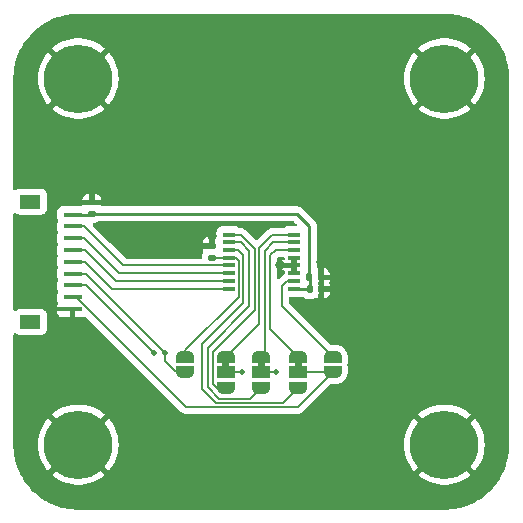
<source format=gbr>
%TF.GenerationSoftware,KiCad,Pcbnew,7.0.9*%
%TF.CreationDate,2024-01-18T20:35:56-05:00*%
%TF.ProjectId,mt6835-nema17,6d743638-3335-42d6-9e65-6d6131372e6b,rev?*%
%TF.SameCoordinates,PX85e0760PY599de50*%
%TF.FileFunction,Copper,L1,Top*%
%TF.FilePolarity,Positive*%
%FSLAX46Y46*%
G04 Gerber Fmt 4.6, Leading zero omitted, Abs format (unit mm)*
G04 Created by KiCad (PCBNEW 7.0.9) date 2024-01-18 20:35:56*
%MOMM*%
%LPD*%
G01*
G04 APERTURE LIST*
G04 Aperture macros list*
%AMRoundRect*
0 Rectangle with rounded corners*
0 $1 Rounding radius*
0 $2 $3 $4 $5 $6 $7 $8 $9 X,Y pos of 4 corners*
0 Add a 4 corners polygon primitive as box body*
4,1,4,$2,$3,$4,$5,$6,$7,$8,$9,$2,$3,0*
0 Add four circle primitives for the rounded corners*
1,1,$1+$1,$2,$3*
1,1,$1+$1,$4,$5*
1,1,$1+$1,$6,$7*
1,1,$1+$1,$8,$9*
0 Add four rect primitives between the rounded corners*
20,1,$1+$1,$2,$3,$4,$5,0*
20,1,$1+$1,$4,$5,$6,$7,0*
20,1,$1+$1,$6,$7,$8,$9,0*
20,1,$1+$1,$8,$9,$2,$3,0*%
%AMFreePoly0*
4,1,19,0.500000,-0.750000,0.000000,-0.750000,0.000000,-0.744911,-0.071157,-0.744911,-0.207708,-0.704816,-0.327430,-0.627875,-0.420627,-0.520320,-0.479746,-0.390866,-0.500000,-0.250000,-0.500000,0.250000,-0.479746,0.390866,-0.420627,0.520320,-0.327430,0.627875,-0.207708,0.704816,-0.071157,0.744911,0.000000,0.744911,0.000000,0.750000,0.500000,0.750000,0.500000,-0.750000,0.500000,-0.750000,
$1*%
%AMFreePoly1*
4,1,19,0.000000,0.744911,0.071157,0.744911,0.207708,0.704816,0.327430,0.627875,0.420627,0.520320,0.479746,0.390866,0.500000,0.250000,0.500000,-0.250000,0.479746,-0.390866,0.420627,-0.520320,0.327430,-0.627875,0.207708,-0.704816,0.071157,-0.744911,0.000000,-0.744911,0.000000,-0.750000,-0.500000,-0.750000,-0.500000,0.750000,0.000000,0.750000,0.000000,0.744911,0.000000,0.744911,
$1*%
%AMFreePoly2*
4,1,19,0.550000,-0.750000,0.000000,-0.750000,0.000000,-0.744911,-0.071157,-0.744911,-0.207708,-0.704816,-0.327430,-0.627875,-0.420627,-0.520320,-0.479746,-0.390866,-0.500000,-0.250000,-0.500000,0.250000,-0.479746,0.390866,-0.420627,0.520320,-0.327430,0.627875,-0.207708,0.704816,-0.071157,0.744911,0.000000,0.744911,0.000000,0.750000,0.550000,0.750000,0.550000,-0.750000,0.550000,-0.750000,
$1*%
%AMFreePoly3*
4,1,19,0.000000,0.744911,0.071157,0.744911,0.207708,0.704816,0.327430,0.627875,0.420627,0.520320,0.479746,0.390866,0.500000,0.250000,0.500000,-0.250000,0.479746,-0.390866,0.420627,-0.520320,0.327430,-0.627875,0.207708,-0.704816,0.071157,-0.744911,0.000000,-0.744911,0.000000,-0.750000,-0.550000,-0.750000,-0.550000,0.750000,0.000000,0.750000,0.000000,0.744911,0.000000,0.744911,
$1*%
G04 Aperture macros list end*
%TA.AperFunction,SMDPad,CuDef*%
%ADD10RoundRect,0.135000X0.185000X-0.135000X0.185000X0.135000X-0.185000X0.135000X-0.185000X-0.135000X0*%
%TD*%
%TA.AperFunction,SMDPad,CuDef*%
%ADD11FreePoly0,90.000000*%
%TD*%
%TA.AperFunction,SMDPad,CuDef*%
%ADD12FreePoly1,90.000000*%
%TD*%
%TA.AperFunction,SMDPad,CuDef*%
%ADD13FreePoly2,270.000000*%
%TD*%
%TA.AperFunction,SMDPad,CuDef*%
%ADD14R,1.500000X1.000000*%
%TD*%
%TA.AperFunction,SMDPad,CuDef*%
%ADD15FreePoly3,270.000000*%
%TD*%
%TA.AperFunction,SMDPad,CuDef*%
%ADD16RoundRect,0.140000X0.170000X-0.140000X0.170000X0.140000X-0.170000X0.140000X-0.170000X-0.140000X0*%
%TD*%
%TA.AperFunction,SMDPad,CuDef*%
%ADD17R,1.050000X0.450000*%
%TD*%
%TA.AperFunction,SMDPad,CuDef*%
%ADD18R,1.600000X0.400000*%
%TD*%
%TA.AperFunction,SMDPad,CuDef*%
%ADD19R,1.800000X1.200000*%
%TD*%
%TA.AperFunction,ComponentPad*%
%ADD20C,5.800000*%
%TD*%
%TA.AperFunction,SMDPad,CuDef*%
%ADD21RoundRect,0.140000X-0.140000X-0.170000X0.140000X-0.170000X0.140000X0.170000X-0.140000X0.170000X0*%
%TD*%
%TA.AperFunction,SMDPad,CuDef*%
%ADD22FreePoly0,270.000000*%
%TD*%
%TA.AperFunction,SMDPad,CuDef*%
%ADD23FreePoly1,270.000000*%
%TD*%
%TA.AperFunction,ViaPad*%
%ADD24C,0.800000*%
%TD*%
%TA.AperFunction,ViaPad*%
%ADD25C,0.500000*%
%TD*%
%TA.AperFunction,Conductor*%
%ADD26C,0.150000*%
%TD*%
%TA.AperFunction,Conductor*%
%ADD27C,0.250000*%
%TD*%
G04 APERTURE END LIST*
%TA.AperFunction,EtchedComponent*%
%TO.C,JP102*%
G36*
X3430000Y-8960000D02*
G01*
X2830000Y-8960000D01*
X2830000Y-8460000D01*
X3430000Y-8460000D01*
X3430000Y-8960000D01*
G37*
%TD.AperFunction*%
%TA.AperFunction,EtchedComponent*%
%TO.C,JP104*%
G36*
X-2720000Y-8980000D02*
G01*
X-3320000Y-8980000D01*
X-3320000Y-8480000D01*
X-2720000Y-8480000D01*
X-2720000Y-8980000D01*
G37*
%TD.AperFunction*%
%TA.AperFunction,EtchedComponent*%
%TO.C,JP103*%
G36*
X300000Y-8960000D02*
G01*
X-300000Y-8960000D01*
X-300000Y-8460000D01*
X300000Y-8460000D01*
X300000Y-8960000D01*
G37*
%TD.AperFunction*%
%TD*%
D10*
%TO.P,R101,2*%
%TO.N,GND*%
X-4170000Y1350000D03*
%TO.P,R101,1*%
%TO.N,Net-(JP105-B)*%
X-4170000Y330000D03*
%TD*%
D11*
%TO.P,JP105,1,A*%
%TO.N,/ENC_1*%
X-6430000Y-9340000D03*
D12*
%TO.P,JP105,2,B*%
%TO.N,Net-(JP105-B)*%
X-6430000Y-8040000D03*
%TD*%
D13*
%TO.P,JP102,1,A*%
%TO.N,/Z*%
X3130000Y-8060000D03*
D14*
%TO.P,JP102,2,C*%
%TO.N,/ENC_3*%
X3130000Y-9360000D03*
D15*
%TO.P,JP102,3,B*%
%TO.N,/W*%
X3130000Y-10660000D03*
%TD*%
D16*
%TO.P,C101,1*%
%TO.N,+3V3*%
X-14370000Y4050000D03*
%TO.P,C101,2*%
%TO.N,GND*%
X-14370000Y5010000D03*
%TD*%
D17*
%TO.P,U101,1,U*%
%TO.N,/U*%
X-2775000Y2275000D03*
%TO.P,U101,2,V*%
%TO.N,/V*%
X-2775000Y1625000D03*
%TO.P,U101,3,W*%
%TO.N,/W*%
X-2775000Y975000D03*
%TO.P,U101,4,CAL_EN*%
%TO.N,Net-(JP105-B)*%
X-2775000Y325000D03*
%TO.P,U101,5,MISO*%
%TO.N,/CIPO*%
X-2775000Y-325000D03*
%TO.P,U101,6,MOSI*%
%TO.N,/COPI*%
X-2775000Y-975000D03*
%TO.P,U101,7,SCK*%
%TO.N,/SCK*%
X-2775000Y-1625000D03*
%TO.P,U101,8,CSN*%
%TO.N,/~{CS}*%
X-2775000Y-2275000D03*
%TO.P,U101,9,VDD*%
%TO.N,+3V3*%
X2775000Y-2275000D03*
%TO.P,U101,10,PWM_OUT*%
%TO.N,/PWM*%
X2775000Y-1625000D03*
%TO.P,U101,11,TEST*%
%TO.N,GND*%
X2775000Y-975000D03*
%TO.P,U101,12,VSS*%
X2775000Y-325000D03*
%TO.P,U101,13,TEST_EN*%
X2775000Y325000D03*
%TO.P,U101,14,Z*%
%TO.N,/Z*%
X2775000Y975000D03*
%TO.P,U101,15,B*%
%TO.N,/B*%
X2775000Y1625000D03*
%TO.P,U101,16,A*%
%TO.N,/A*%
X2775000Y2275000D03*
%TD*%
D18*
%TO.P,J101,1,Pin_1*%
%TO.N,+3V3*%
X-15972500Y3990000D03*
%TO.P,J101,2,Pin_2*%
%TO.N,/CIPO*%
X-15972500Y2990000D03*
%TO.P,J101,3,Pin_3*%
%TO.N,/COPI*%
X-15972500Y1990000D03*
%TO.P,J101,4,Pin_4*%
%TO.N,/SCK*%
X-15972500Y990000D03*
%TO.P,J101,5,Pin_5*%
%TO.N,/~{CS}*%
X-15972500Y-10000D03*
%TO.P,J101,6,Pin_6*%
%TO.N,/ENC_1*%
X-15972500Y-1010000D03*
%TO.P,J101,7,Pin_7*%
%TO.N,/ENC_2*%
X-15972500Y-2010000D03*
%TO.P,J101,8,Pin_8*%
%TO.N,/ENC_3*%
X-15972500Y-3010000D03*
%TO.P,J101,9,Pin_9*%
%TO.N,GND*%
X-15972500Y-4010000D03*
D19*
%TO.P,J101,10*%
%TO.N,N/C*%
X-19552500Y-5110000D03*
%TO.P,J101,11*%
X-19552500Y5090000D03*
%TD*%
D13*
%TO.P,JP104,1,A*%
%TO.N,/A*%
X-3020000Y-8080000D03*
D14*
%TO.P,JP104,2,C*%
%TO.N,/ENC_1*%
X-3020000Y-9380000D03*
D15*
%TO.P,JP104,3,B*%
%TO.N,/U*%
X-3020000Y-10680000D03*
%TD*%
D20*
%TO.P,H101,1,1*%
%TO.N,GND*%
X-15500000Y15500000D03*
X-15500000Y-15500000D03*
X15500000Y15500000D03*
X15500000Y-15500000D03*
%TD*%
D21*
%TO.P,C103,1*%
%TO.N,+3V3*%
X4070000Y-1340000D03*
%TO.P,C103,2*%
%TO.N,GND*%
X5030000Y-1340000D03*
%TD*%
%TO.P,C102,1*%
%TO.N,+3V3*%
X4080000Y-2350000D03*
%TO.P,C102,2*%
%TO.N,GND*%
X5040000Y-2350000D03*
%TD*%
D13*
%TO.P,JP103,1,A*%
%TO.N,/B*%
X0Y-8060000D03*
D14*
%TO.P,JP103,2,C*%
%TO.N,/ENC_2*%
X0Y-9360000D03*
D15*
%TO.P,JP103,3,B*%
%TO.N,/V*%
X0Y-10660000D03*
%TD*%
D22*
%TO.P,JP101,1,A*%
%TO.N,/PWM*%
X6040000Y-8050000D03*
D23*
%TO.P,JP101,2,B*%
%TO.N,/ENC_3*%
X6040000Y-9350000D03*
%TD*%
D24*
%TO.N,GND*%
X-4180000Y2210000D03*
X5020000Y-30000D03*
X6350000Y-1830000D03*
X1540000Y-290000D03*
X-11650000Y1420000D03*
X-410000Y2570000D03*
X5040000Y-3450000D03*
D25*
%TO.N,/ENC_1*%
X-1630000Y-9350000D03*
X-8160000Y-7770000D03*
%TO.N,/ENC_2*%
X-9070000Y-7770000D03*
X1270000Y-9360000D03*
%TD*%
D26*
%TO.N,/ENC_1*%
X-8160000Y-7770000D02*
X-8160000Y-8450000D01*
X-6627488Y-9340000D02*
X-6430000Y-9340000D01*
X-8160000Y-8450000D02*
X-7350000Y-9260000D01*
X-7350000Y-9260000D02*
X-6707488Y-9260000D01*
X-6707488Y-9260000D02*
X-6627488Y-9340000D01*
%TO.N,/ENC_2*%
X-14830000Y-2010000D02*
X-15972500Y-2010000D01*
X-9070000Y-7770000D02*
X-14830000Y-2010000D01*
%TO.N,Net-(JP105-B)*%
X-2775000Y325000D02*
X-4165000Y325000D01*
X-4165000Y325000D02*
X-4170000Y330000D01*
D27*
%TO.N,GND*%
X-4170000Y1350000D02*
X-4170000Y2200000D01*
X-4170000Y2200000D02*
X-4180000Y2210000D01*
D26*
%TO.N,/ENC_1*%
X-14850000Y-1010000D02*
X-8160000Y-7700000D01*
X-8160000Y-7770000D02*
X-8160000Y-7700000D01*
%TO.N,Net-(JP105-B)*%
X-2775000Y325000D02*
X-2150000Y325000D01*
X-2150000Y325000D02*
X-1910000Y85000D01*
X-1910000Y-2995686D02*
X-6430000Y-7515686D01*
X-1910000Y85000D02*
X-1910000Y-2995686D01*
X-6430000Y-7515686D02*
X-6430000Y-8040000D01*
%TO.N,/ENC_3*%
X6040000Y-9350000D02*
X3060000Y-12330000D01*
X3060000Y-12330000D02*
X-6352500Y-12330000D01*
X-6352500Y-12330000D02*
X-15672500Y-3010000D01*
X-15672500Y-3010000D02*
X-15972500Y-3010000D01*
D27*
%TO.N,+3V3*%
X-14370000Y4050000D02*
X3010000Y4050000D01*
X4070000Y2990000D02*
X4070000Y-1340000D01*
X4080000Y-1350000D02*
X4070000Y-1340000D01*
X-15972500Y3990000D02*
X-14430000Y3990000D01*
X-14430000Y3990000D02*
X-14370000Y4050000D01*
X2775000Y-2275000D02*
X4005000Y-2275000D01*
X4005000Y-2275000D02*
X4080000Y-2350000D01*
X3010000Y4050000D02*
X4070000Y2990000D01*
X4080000Y-2350000D02*
X4080000Y-1350000D01*
%TO.N,GND*%
X2775000Y-325000D02*
X1575000Y-325000D01*
X1575000Y-325000D02*
X1540000Y-290000D01*
D26*
%TO.N,/CIPO*%
X-14990000Y2990000D02*
X-15972500Y2990000D01*
X-11675000Y-325000D02*
X-14990000Y2990000D01*
X-2775000Y-325000D02*
X-11675000Y-325000D01*
%TO.N,/COPI*%
X-12035000Y-975000D02*
X-15000000Y1990000D01*
X-15000000Y1990000D02*
X-15972500Y1990000D01*
X-2775000Y-975000D02*
X-12035000Y-975000D01*
%TO.N,/SCK*%
X-2775000Y-1625000D02*
X-12275000Y-1625000D01*
X-14890000Y990000D02*
X-15972500Y990000D01*
X-12275000Y-1625000D02*
X-14890000Y990000D01*
%TO.N,/~{CS}*%
X-14900000Y-10000D02*
X-15972500Y-10000D01*
X-12635000Y-2275000D02*
X-14900000Y-10000D01*
X-2775000Y-2275000D02*
X-12635000Y-2275000D01*
%TO.N,/ENC_1*%
X-3020000Y-9380000D02*
X-1660000Y-9380000D01*
X-1660000Y-9380000D02*
X-1630000Y-9350000D01*
X-14850000Y-1010000D02*
X-15972500Y-1010000D01*
%TO.N,/ENC_2*%
X0Y-9360000D02*
X1270000Y-9360000D01*
%TO.N,/ENC_3*%
X6030000Y-9360000D02*
X6040000Y-9350000D01*
X3130000Y-9360000D02*
X6030000Y-9360000D01*
%TO.N,/PWM*%
X2150000Y-1625000D02*
X1730000Y-2045000D01*
X1730000Y-3740000D02*
X6040000Y-8050000D01*
X1730000Y-2045000D02*
X1730000Y-3740000D01*
X2775000Y-1625000D02*
X2150000Y-1625000D01*
%TO.N,/Z*%
X750000Y520000D02*
X1205000Y975000D01*
X1205000Y975000D02*
X2775000Y975000D01*
X3130000Y-8060000D02*
X750000Y-5680000D01*
X750000Y-5680000D02*
X750000Y520000D01*
%TO.N,/W*%
X-1590000Y580000D02*
X-1590000Y-3500000D01*
X-2775000Y975000D02*
X-1985000Y975000D01*
X-1590000Y-3500000D02*
X-5040000Y-6950000D01*
X1820000Y-11970000D02*
X3130000Y-10660000D01*
X-5040000Y-6950000D02*
X-5040000Y-10810000D01*
X-1985000Y975000D02*
X-1590000Y580000D01*
X-5040000Y-10810000D02*
X-3880000Y-11970000D01*
X-3880000Y-11970000D02*
X1820000Y-11970000D01*
%TO.N,/B*%
X270000Y880000D02*
X1015000Y1625000D01*
X1015000Y1625000D02*
X2775000Y1625000D01*
X0Y-8060000D02*
X270000Y-7790000D01*
X270000Y-7790000D02*
X270000Y880000D01*
%TO.N,/V*%
X-1060000Y-3780000D02*
X-1060000Y920000D01*
X-1765000Y1625000D02*
X-2775000Y1625000D01*
X-960000Y-11620000D02*
X-3570000Y-11620000D01*
X-4560000Y-10630000D02*
X-4560000Y-7280000D01*
X-4560000Y-7280000D02*
X-1060000Y-3780000D01*
X-3570000Y-11620000D02*
X-4560000Y-10630000D01*
X-1060000Y920000D02*
X-1765000Y1625000D01*
X0Y-10660000D02*
X-960000Y-11620000D01*
%TO.N,/A*%
X-200000Y1160000D02*
X915000Y2275000D01*
X915000Y2275000D02*
X2775000Y2275000D01*
X-200000Y-5260000D02*
X-200000Y1160000D01*
X-3020000Y-8080000D02*
X-200000Y-5260000D01*
%TO.N,/U*%
X-3020000Y-10680000D02*
X-3770000Y-10680000D01*
X-1745000Y2275000D02*
X-2775000Y2275000D01*
X-570000Y1100000D02*
X-1745000Y2275000D01*
X-4120000Y-7630000D02*
X-570000Y-4080000D01*
X-3770000Y-10680000D02*
X-4120000Y-10330000D01*
X-4120000Y-10330000D02*
X-4120000Y-7630000D01*
X-570000Y-4080000D02*
X-570000Y1100000D01*
%TD*%
%TA.AperFunction,Conductor*%
%TO.N,GND*%
G36*
X1908808Y379815D02*
G01*
X1916079Y374767D01*
X1984875Y323267D01*
X2026747Y267334D01*
X2031731Y197642D01*
X1998246Y136319D01*
X1936923Y102834D01*
X1910565Y100000D01*
X1750000Y100000D01*
X1750000Y52165D01*
X1754183Y13252D01*
X1754183Y-13252D01*
X1750000Y-52164D01*
X1750000Y-100000D01*
X2550000Y-100000D01*
X2550000Y125501D01*
X2569685Y192540D01*
X2622489Y238295D01*
X2673997Y249501D01*
X2876001Y249501D01*
X2943039Y229816D01*
X2988794Y177012D01*
X3000000Y125501D01*
X3000000Y-775500D01*
X2980315Y-842539D01*
X2927511Y-888294D01*
X2876000Y-899500D01*
X2674000Y-899500D01*
X2606961Y-879815D01*
X2561206Y-827011D01*
X2550000Y-775500D01*
X2550000Y-550000D01*
X1750000Y-550000D01*
X1750000Y-597835D01*
X1754183Y-636748D01*
X1754183Y-663252D01*
X1750000Y-702164D01*
X1750000Y-750000D01*
X1910565Y-750000D01*
X1977604Y-769685D01*
X2023359Y-822489D01*
X2033303Y-891647D01*
X2004278Y-955203D01*
X1984876Y-973266D01*
X1892456Y-1042452D01*
X1892455Y-1042453D01*
X1892454Y-1042454D01*
X1811711Y-1150312D01*
X1763888Y-1186111D01*
X1732887Y-1217112D01*
X1730315Y-1225874D01*
X1724368Y-1234331D01*
X1718859Y-1241510D01*
X1713510Y-1247609D01*
X1537181Y-1423938D01*
X1475858Y-1457423D01*
X1406167Y-1452439D01*
X1350233Y-1410568D01*
X1325816Y-1345103D01*
X1325500Y-1336257D01*
X1325500Y230258D01*
X1345185Y297297D01*
X1361819Y317939D01*
X1407061Y363181D01*
X1468384Y396666D01*
X1494742Y399500D01*
X1841769Y399500D01*
X1908808Y379815D01*
G37*
%TD.AperFunction*%
%TA.AperFunction,Conductor*%
G36*
X2766587Y3404815D02*
G01*
X2787229Y3388181D01*
X2963228Y3212181D01*
X2996713Y3150858D01*
X2991729Y3081166D01*
X2949857Y3025233D01*
X2884393Y3000816D01*
X2875547Y3000500D01*
X2202129Y3000500D01*
X2202123Y3000499D01*
X2142516Y2994092D01*
X2007671Y2943798D01*
X2007668Y2943796D01*
X1916080Y2875233D01*
X1850615Y2850816D01*
X1841769Y2850500D01*
X956781Y2850500D01*
X948682Y2851031D01*
X928265Y2853719D01*
X915001Y2855465D01*
X915000Y2855465D01*
X910144Y2854826D01*
X881419Y2851045D01*
X881406Y2851043D01*
X877281Y2850500D01*
X877280Y2850500D01*
X764764Y2835687D01*
X764763Y2835687D01*
X624766Y2777699D01*
X535845Y2709467D01*
X535824Y2709451D01*
X504548Y2685450D01*
X483861Y2658493D01*
X478510Y2652392D01*
X-327320Y1846562D01*
X-388643Y1813077D01*
X-458335Y1818061D01*
X-502682Y1846562D01*
X-1308511Y2652391D01*
X-1313864Y2658494D01*
X-1332298Y2682517D01*
X-1334549Y2685451D01*
X-1334551Y2685453D01*
X-1334552Y2685454D01*
X-1363037Y2707311D01*
X-1363048Y2707320D01*
X-1454768Y2777699D01*
X-1536776Y2811668D01*
X-1594764Y2835687D01*
X-1648094Y2842709D01*
X-1710902Y2850977D01*
X-1710917Y2850979D01*
X-1737804Y2854518D01*
X-1745000Y2855465D01*
X-1745001Y2855465D01*
X-1745002Y2855465D01*
X-1764035Y2852960D01*
X-1778683Y2851031D01*
X-1786781Y2850500D01*
X-1841769Y2850500D01*
X-1908808Y2870185D01*
X-1916080Y2875233D01*
X-2007669Y2943796D01*
X-2007672Y2943798D01*
X-2142518Y2994092D01*
X-2142517Y2994092D01*
X-2202117Y3000499D01*
X-2202119Y3000500D01*
X-2202127Y3000500D01*
X-2202136Y3000500D01*
X-3347871Y3000500D01*
X-3347877Y3000499D01*
X-3407484Y2994092D01*
X-3542329Y2943798D01*
X-3542336Y2943794D01*
X-3657545Y2857548D01*
X-3657548Y2857545D01*
X-3743794Y2742336D01*
X-3743798Y2742329D01*
X-3794092Y2607483D01*
X-3800499Y2547884D01*
X-3800500Y2547865D01*
X-3800500Y2244670D01*
X-3820185Y2177631D01*
X-3872989Y2131876D01*
X-3915137Y2124427D01*
X-3920000Y2119932D01*
X-3920000Y1224500D01*
X-3939685Y1157461D01*
X-3992489Y1111706D01*
X-4044000Y1100500D01*
X-4419180Y1100499D01*
X-4423097Y1100191D01*
X-4427959Y1100000D01*
X-4982844Y1100000D01*
X-4942406Y960807D01*
X-4908581Y903612D01*
X-4891399Y835888D01*
X-4908581Y777372D01*
X-4942870Y719393D01*
X-4942871Y719389D01*
X-4987665Y565209D01*
X-4987666Y565203D01*
X-4989699Y539359D01*
X-4990500Y529181D01*
X-4990500Y392454D01*
X-4990499Y374501D01*
X-5010183Y307461D01*
X-5062987Y261706D01*
X-5114499Y250500D01*
X-11385258Y250500D01*
X-11452297Y270185D01*
X-11472939Y286819D01*
X-12786120Y1600000D01*
X-4982844Y1600000D01*
X-4420000Y1600000D01*
X-4420000Y2119932D01*
X-4420001Y2119932D01*
X-4455131Y2117166D01*
X-4455132Y2117166D01*
X-4609189Y2072408D01*
X-4609192Y2072407D01*
X-4747286Y1990739D01*
X-4747295Y1990732D01*
X-4860732Y1877295D01*
X-4860739Y1877286D01*
X-4942405Y1739195D01*
X-4982844Y1600000D01*
X-12786120Y1600000D01*
X-14243939Y3057819D01*
X-14277424Y3119142D01*
X-14272440Y3188834D01*
X-14230568Y3244767D01*
X-14165104Y3269184D01*
X-14156258Y3269500D01*
X-14135308Y3269500D01*
X-14117159Y3270929D01*
X-14099007Y3272357D01*
X-14099005Y3272358D01*
X-14099003Y3272358D01*
X-14058025Y3284264D01*
X-13943605Y3317506D01*
X-13804313Y3399883D01*
X-13804314Y3399883D01*
X-13797598Y3403854D01*
X-13796625Y3402209D01*
X-13741085Y3424014D01*
X-13730122Y3424500D01*
X2699548Y3424500D01*
X2766587Y3404815D01*
G37*
%TD.AperFunction*%
%TA.AperFunction,Conductor*%
G36*
X15717445Y20990507D02*
G01*
X15958385Y20979987D01*
X15963320Y20979573D01*
X16193261Y20950911D01*
X16421921Y20920807D01*
X16426490Y20920028D01*
X16655391Y20872032D01*
X16793210Y20841478D01*
X16878677Y20822530D01*
X16882939Y20821425D01*
X17107969Y20754431D01*
X17325459Y20685856D01*
X17329305Y20684502D01*
X17548675Y20598903D01*
X17758977Y20511792D01*
X17762437Y20510232D01*
X17974350Y20406635D01*
X18176129Y20301595D01*
X18179238Y20299861D01*
X18285211Y20236716D01*
X18382116Y20178973D01*
X18573954Y20056758D01*
X18576669Y20054926D01*
X18769063Y19917560D01*
X18949600Y19779029D01*
X18951872Y19777195D01*
X19132397Y19624299D01*
X19132415Y19624284D01*
X19301239Y19469584D01*
X19469583Y19301240D01*
X19624281Y19132418D01*
X19777186Y18951883D01*
X19779044Y18949579D01*
X19817088Y18900000D01*
X19908489Y18780883D01*
X19917559Y18769063D01*
X19961743Y18707180D01*
X20054924Y18576671D01*
X20056755Y18573957D01*
X20178973Y18382116D01*
X20299859Y18179240D01*
X20301593Y18176132D01*
X20406638Y17974343D01*
X20510220Y17762461D01*
X20511800Y17758957D01*
X20598915Y17548643D01*
X20684487Y17329341D01*
X20685859Y17325447D01*
X20754426Y17107983D01*
X20821420Y16882951D01*
X20822528Y16878679D01*
X20872038Y16655360D01*
X20920022Y16426512D01*
X20920811Y16421880D01*
X20950917Y16193205D01*
X20979569Y15963338D01*
X20979986Y15958371D01*
X20990505Y15717455D01*
X20999500Y15499999D01*
X20999500Y-15499999D01*
X20990505Y-15717454D01*
X20979986Y-15958369D01*
X20979569Y-15963336D01*
X20950917Y-16193204D01*
X20920811Y-16421878D01*
X20920022Y-16426510D01*
X20872038Y-16655359D01*
X20822528Y-16878677D01*
X20821420Y-16882949D01*
X20754426Y-17107982D01*
X20685859Y-17325445D01*
X20684487Y-17329339D01*
X20598915Y-17548642D01*
X20511800Y-17758955D01*
X20510220Y-17762459D01*
X20406638Y-17974342D01*
X20301592Y-18176130D01*
X20299859Y-18179238D01*
X20178973Y-18382115D01*
X20056755Y-18573955D01*
X20054924Y-18576668D01*
X19917565Y-18769055D01*
X19779044Y-18949577D01*
X19777168Y-18951904D01*
X19624283Y-19132414D01*
X19469583Y-19301239D01*
X19301239Y-19469583D01*
X19132414Y-19624283D01*
X18951904Y-19777168D01*
X18949577Y-19779044D01*
X18769055Y-19917565D01*
X18576668Y-20054924D01*
X18573955Y-20056755D01*
X18382115Y-20178973D01*
X18179238Y-20299859D01*
X18176130Y-20301592D01*
X17974342Y-20406638D01*
X17762459Y-20510220D01*
X17758955Y-20511800D01*
X17548642Y-20598915D01*
X17329339Y-20684487D01*
X17325445Y-20685859D01*
X17107982Y-20754426D01*
X16882949Y-20821420D01*
X16878677Y-20822528D01*
X16655359Y-20872038D01*
X16426510Y-20920022D01*
X16421878Y-20920811D01*
X16193204Y-20950917D01*
X15963336Y-20979569D01*
X15958369Y-20979986D01*
X15717454Y-20990505D01*
X15499999Y-20999500D01*
X-15499999Y-20999500D01*
X-15717455Y-20990505D01*
X-15958371Y-20979986D01*
X-15963338Y-20979569D01*
X-16193142Y-20950925D01*
X-16421896Y-20920807D01*
X-16426528Y-20920018D01*
X-16655313Y-20872048D01*
X-16878672Y-20822530D01*
X-16882945Y-20821422D01*
X-17107983Y-20754426D01*
X-17325447Y-20685859D01*
X-17329341Y-20684487D01*
X-17548643Y-20598915D01*
X-17758957Y-20511800D01*
X-17762461Y-20510220D01*
X-17974331Y-20406643D01*
X-18046352Y-20369151D01*
X-18176187Y-20301564D01*
X-18179243Y-20299859D01*
X-18301807Y-20226826D01*
X-18382099Y-20178982D01*
X-18573977Y-20056742D01*
X-18576692Y-20054910D01*
X-18681047Y-19980402D01*
X-18769056Y-19917564D01*
X-18845514Y-19858897D01*
X-18949579Y-19779044D01*
X-18951883Y-19777186D01*
X-19132418Y-19624281D01*
X-19301240Y-19469583D01*
X-19469584Y-19301239D01*
X-19624284Y-19132415D01*
X-19624285Y-19132414D01*
X-19777195Y-18951872D01*
X-19779029Y-18949600D01*
X-19917560Y-18769063D01*
X-20054927Y-18576668D01*
X-20056744Y-18573975D01*
X-20178983Y-18382098D01*
X-20196871Y-18352079D01*
X-20299878Y-18179212D01*
X-20301560Y-18176195D01*
X-20406644Y-17974330D01*
X-20434248Y-17917866D01*
X-20510238Y-17762426D01*
X-20511792Y-17758977D01*
X-20598903Y-17548675D01*
X-20684502Y-17329305D01*
X-20685856Y-17325459D01*
X-20754436Y-17107951D01*
X-20765486Y-17070834D01*
X-20821428Y-16882928D01*
X-20822532Y-16878670D01*
X-20872039Y-16655359D01*
X-20920023Y-16426510D01*
X-20920809Y-16421894D01*
X-20925400Y-16387024D01*
X-20950918Y-16193204D01*
X-20979573Y-15963320D01*
X-20979987Y-15958385D01*
X-20990509Y-15717381D01*
X-20999500Y-15500000D01*
X-20999500Y-15499999D01*
X-18904994Y-15499999D01*
X-18885034Y-15868142D01*
X-18885033Y-15868159D01*
X-18825390Y-16231960D01*
X-18825384Y-16231986D01*
X-18726757Y-16587209D01*
X-18726755Y-16587216D01*
X-18590294Y-16929710D01*
X-18590285Y-16929728D01*
X-18417594Y-17255458D01*
X-18210693Y-17560614D01*
X-18074504Y-17720948D01*
X-18074503Y-17720949D01*
X-16758649Y-16405095D01*
X-16704544Y-16483480D01*
X-16531184Y-16663966D01*
X-16405135Y-16758686D01*
X-17723480Y-18077031D01*
X-17723480Y-18077032D01*
X-17704357Y-18095147D01*
X-17704345Y-18095158D01*
X-17410842Y-18318274D01*
X-17410825Y-18318286D01*
X-17094933Y-18508350D01*
X-17094920Y-18508357D01*
X-16760329Y-18663155D01*
X-16410932Y-18780882D01*
X-16050866Y-18860138D01*
X-15684345Y-18899999D01*
X-15684337Y-18900000D01*
X-15315663Y-18900000D01*
X-15315656Y-18899999D01*
X-14949135Y-18860138D01*
X-14589069Y-18780882D01*
X-14239672Y-18663155D01*
X-13905081Y-18508357D01*
X-13905068Y-18508350D01*
X-13589176Y-18318286D01*
X-13589159Y-18318274D01*
X-13295660Y-18095161D01*
X-13276521Y-18077031D01*
X-14593121Y-16760431D01*
X-14565820Y-16743168D01*
X-14378499Y-16577216D01*
X-14239489Y-16406958D01*
X-12925499Y-17720948D01*
X-12925498Y-17720948D01*
X-12789310Y-17560615D01*
X-12789299Y-17560601D01*
X-12582407Y-17255458D01*
X-12409716Y-16929728D01*
X-12409707Y-16929710D01*
X-12273246Y-16587216D01*
X-12273244Y-16587209D01*
X-12174617Y-16231986D01*
X-12174611Y-16231960D01*
X-12114968Y-15868159D01*
X-12114967Y-15868142D01*
X-12095006Y-15499999D01*
X12095006Y-15499999D01*
X12114966Y-15868142D01*
X12114967Y-15868159D01*
X12174610Y-16231960D01*
X12174616Y-16231986D01*
X12273243Y-16587209D01*
X12273245Y-16587216D01*
X12409706Y-16929710D01*
X12409715Y-16929728D01*
X12582406Y-17255458D01*
X12789307Y-17560614D01*
X12925496Y-17720948D01*
X12925497Y-17720949D01*
X14241351Y-16405095D01*
X14295456Y-16483480D01*
X14468816Y-16663966D01*
X14594865Y-16758686D01*
X13276520Y-18077031D01*
X13276520Y-18077032D01*
X13295643Y-18095147D01*
X13295655Y-18095158D01*
X13589158Y-18318274D01*
X13589175Y-18318286D01*
X13905067Y-18508350D01*
X13905080Y-18508357D01*
X14239671Y-18663155D01*
X14589068Y-18780882D01*
X14949134Y-18860138D01*
X15315655Y-18899999D01*
X15315663Y-18900000D01*
X15684337Y-18900000D01*
X15684344Y-18899999D01*
X16050865Y-18860138D01*
X16410931Y-18780882D01*
X16760328Y-18663155D01*
X17094919Y-18508357D01*
X17094932Y-18508350D01*
X17410824Y-18318286D01*
X17410841Y-18318274D01*
X17704340Y-18095161D01*
X17723479Y-18077031D01*
X16406879Y-16760431D01*
X16434180Y-16743168D01*
X16621501Y-16577216D01*
X16760511Y-16406958D01*
X18074501Y-17720948D01*
X18074502Y-17720948D01*
X18210690Y-17560615D01*
X18210701Y-17560601D01*
X18417593Y-17255458D01*
X18590284Y-16929728D01*
X18590293Y-16929710D01*
X18726754Y-16587216D01*
X18726756Y-16587209D01*
X18825383Y-16231986D01*
X18825389Y-16231960D01*
X18885032Y-15868159D01*
X18885033Y-15868142D01*
X18904994Y-15499999D01*
X18904994Y-15499997D01*
X18885033Y-15131857D01*
X18885032Y-15131840D01*
X18825389Y-14768039D01*
X18825383Y-14768013D01*
X18726756Y-14412790D01*
X18726754Y-14412783D01*
X18590293Y-14070289D01*
X18590284Y-14070271D01*
X18417593Y-13744541D01*
X18210692Y-13439385D01*
X18074502Y-13279050D01*
X18074501Y-13279049D01*
X16758647Y-14594902D01*
X16704544Y-14516520D01*
X16531184Y-14336034D01*
X16405133Y-14241313D01*
X17723478Y-12922967D01*
X17723478Y-12922966D01*
X17704356Y-12904852D01*
X17704344Y-12904841D01*
X17410841Y-12681725D01*
X17410824Y-12681713D01*
X17094932Y-12491649D01*
X17094919Y-12491642D01*
X16760328Y-12336844D01*
X16410931Y-12219117D01*
X16050865Y-12139861D01*
X15684344Y-12100000D01*
X15315655Y-12100000D01*
X14949134Y-12139861D01*
X14589068Y-12219117D01*
X14239671Y-12336844D01*
X13905080Y-12491642D01*
X13905067Y-12491649D01*
X13589175Y-12681713D01*
X13589158Y-12681725D01*
X13295657Y-12904840D01*
X13295643Y-12904852D01*
X13276520Y-12922966D01*
X13276520Y-12922968D01*
X14593120Y-14239568D01*
X14565820Y-14256832D01*
X14378499Y-14422784D01*
X14239488Y-14593040D01*
X12925497Y-13279049D01*
X12925496Y-13279050D01*
X12789314Y-13439376D01*
X12789307Y-13439386D01*
X12582406Y-13744541D01*
X12409715Y-14070271D01*
X12409706Y-14070289D01*
X12273245Y-14412783D01*
X12273243Y-14412790D01*
X12174616Y-14768013D01*
X12174610Y-14768039D01*
X12114967Y-15131840D01*
X12114966Y-15131857D01*
X12095006Y-15499997D01*
X12095006Y-15499999D01*
X-12095006Y-15499999D01*
X-12095006Y-15499997D01*
X-12114967Y-15131857D01*
X-12114968Y-15131840D01*
X-12174611Y-14768039D01*
X-12174617Y-14768013D01*
X-12273244Y-14412790D01*
X-12273246Y-14412783D01*
X-12409707Y-14070289D01*
X-12409716Y-14070271D01*
X-12582407Y-13744541D01*
X-12789308Y-13439385D01*
X-12925498Y-13279050D01*
X-12925499Y-13279049D01*
X-14241353Y-14594902D01*
X-14295456Y-14516520D01*
X-14468816Y-14336034D01*
X-14594867Y-14241313D01*
X-13276522Y-12922967D01*
X-13276522Y-12922966D01*
X-13295644Y-12904852D01*
X-13295656Y-12904841D01*
X-13589159Y-12681725D01*
X-13589176Y-12681713D01*
X-13905068Y-12491649D01*
X-13905081Y-12491642D01*
X-14239672Y-12336844D01*
X-14589069Y-12219117D01*
X-14949135Y-12139861D01*
X-15315656Y-12100000D01*
X-15684345Y-12100000D01*
X-16050866Y-12139861D01*
X-16410932Y-12219117D01*
X-16760329Y-12336844D01*
X-17094920Y-12491642D01*
X-17094933Y-12491649D01*
X-17410825Y-12681713D01*
X-17410842Y-12681725D01*
X-17704343Y-12904840D01*
X-17704357Y-12904852D01*
X-17723480Y-12922966D01*
X-17723480Y-12922968D01*
X-16406880Y-14239568D01*
X-16434180Y-14256832D01*
X-16621501Y-14422784D01*
X-16760512Y-14593040D01*
X-18074503Y-13279049D01*
X-18074504Y-13279050D01*
X-18210686Y-13439376D01*
X-18210693Y-13439386D01*
X-18417594Y-13744541D01*
X-18590285Y-14070271D01*
X-18590294Y-14070289D01*
X-18726755Y-14412783D01*
X-18726757Y-14412790D01*
X-18825384Y-14768013D01*
X-18825390Y-14768039D01*
X-18885033Y-15131840D01*
X-18885034Y-15131857D01*
X-18904994Y-15499997D01*
X-18904994Y-15499999D01*
X-20999500Y-15499999D01*
X-20999500Y-6173442D01*
X-20979815Y-6106403D01*
X-20927011Y-6060648D01*
X-20857853Y-6050704D01*
X-20801192Y-6074174D01*
X-20694835Y-6153793D01*
X-20694832Y-6153795D01*
X-20694829Y-6153797D01*
X-20559983Y-6204091D01*
X-20559984Y-6204091D01*
X-20553056Y-6204835D01*
X-20500373Y-6210500D01*
X-18604628Y-6210499D01*
X-18545017Y-6204091D01*
X-18410169Y-6153796D01*
X-18294954Y-6067546D01*
X-18208704Y-5952331D01*
X-18158409Y-5817483D01*
X-18152000Y-5757873D01*
X-18152001Y-4462128D01*
X-18158409Y-4402517D01*
X-18183238Y-4335948D01*
X-18208703Y-4267671D01*
X-18208707Y-4267664D01*
X-18251875Y-4210000D01*
X-17272500Y-4210000D01*
X-17272500Y-4257844D01*
X-17266099Y-4317372D01*
X-17266097Y-4317379D01*
X-17215855Y-4452086D01*
X-17215851Y-4452093D01*
X-17129691Y-4567187D01*
X-17129688Y-4567190D01*
X-17014594Y-4653350D01*
X-17014587Y-4653354D01*
X-16879880Y-4703596D01*
X-16879873Y-4703598D01*
X-16820345Y-4709999D01*
X-16820328Y-4710000D01*
X-16172500Y-4710000D01*
X-16172500Y-4210000D01*
X-17272500Y-4210000D01*
X-18251875Y-4210000D01*
X-18294953Y-4152455D01*
X-18294956Y-4152452D01*
X-18410165Y-4066206D01*
X-18410172Y-4066202D01*
X-18545018Y-4015908D01*
X-18545017Y-4015908D01*
X-18604617Y-4009501D01*
X-18604619Y-4009500D01*
X-18604627Y-4009500D01*
X-18604636Y-4009500D01*
X-20500371Y-4009500D01*
X-20500377Y-4009501D01*
X-20559984Y-4015908D01*
X-20694829Y-4066202D01*
X-20694831Y-4066203D01*
X-20801189Y-4145824D01*
X-20866653Y-4170241D01*
X-20934926Y-4155390D01*
X-20984332Y-4105985D01*
X-20999500Y-4046557D01*
X-20999500Y-3257870D01*
X-17273000Y-3257870D01*
X-17272999Y-3257876D01*
X-17266592Y-3317483D01*
X-17213197Y-3460641D01*
X-17214767Y-3461226D01*
X-17202117Y-3519367D01*
X-17213813Y-3559206D01*
X-17212754Y-3559601D01*
X-17266097Y-3702620D01*
X-17266099Y-3702627D01*
X-17272500Y-3762155D01*
X-17272500Y-3810000D01*
X-15896500Y-3810000D01*
X-15829461Y-3829685D01*
X-15783706Y-3882489D01*
X-15772500Y-3934000D01*
X-15772500Y-4710000D01*
X-15124672Y-4710000D01*
X-15124656Y-4709999D01*
X-15065128Y-4703598D01*
X-15065117Y-4703595D01*
X-14941432Y-4657463D01*
X-14871741Y-4652478D01*
X-14810420Y-4685960D01*
X-6788980Y-12707400D01*
X-6783639Y-12713490D01*
X-6762951Y-12740451D01*
X-6762948Y-12740453D01*
X-6734014Y-12762656D01*
X-6734009Y-12762660D01*
X-6732768Y-12763612D01*
X-6642733Y-12832698D01*
X-6502736Y-12890687D01*
X-6390220Y-12905500D01*
X-6390219Y-12905500D01*
X-6388206Y-12905765D01*
X-6388187Y-12905766D01*
X-6352500Y-12910465D01*
X-6352499Y-12910465D01*
X-6339235Y-12908718D01*
X-6318818Y-12906030D01*
X-6310719Y-12905500D01*
X3018219Y-12905500D01*
X3026317Y-12906030D01*
X3046734Y-12908718D01*
X3059999Y-12910465D01*
X3060000Y-12910465D01*
X3095785Y-12905754D01*
X3095809Y-12905751D01*
X3097715Y-12905500D01*
X3097720Y-12905500D01*
X3210236Y-12890687D01*
X3350233Y-12832698D01*
X3448358Y-12757405D01*
X3448370Y-12757394D01*
X3470449Y-12740453D01*
X3470451Y-12740451D01*
X3491138Y-12713489D01*
X3496480Y-12707398D01*
X5811914Y-10391966D01*
X5873237Y-10358481D01*
X5899595Y-10355647D01*
X6305556Y-10355647D01*
X6305603Y-10355642D01*
X6361961Y-10355642D01*
X6361962Y-10355642D01*
X6476491Y-10339175D01*
X6495501Y-10336442D01*
X6504277Y-10335180D01*
X6504278Y-10335180D01*
X6642370Y-10294632D01*
X6664267Y-10284632D01*
X6773143Y-10234910D01*
X6773147Y-10234907D01*
X6773155Y-10234904D01*
X6894226Y-10157097D01*
X6894233Y-10157090D01*
X6894237Y-10157088D01*
X7002887Y-10062943D01*
X7011554Y-10052941D01*
X7097139Y-9954170D01*
X7174871Y-9833216D01*
X7234658Y-9702300D01*
X7275165Y-9564345D01*
X7295647Y-9421889D01*
X7295647Y-8850000D01*
X7290500Y-8778039D01*
X7279546Y-8740733D01*
X7275784Y-8688149D01*
X7277021Y-8679545D01*
X7295647Y-8550000D01*
X7295647Y-7978111D01*
X7275165Y-7835655D01*
X7234658Y-7697700D01*
X7174871Y-7566784D01*
X7103568Y-7455834D01*
X7097140Y-7445831D01*
X7097143Y-7445834D01*
X7002891Y-7337060D01*
X7002889Y-7337058D01*
X6894237Y-7242911D01*
X6894216Y-7242896D01*
X6773166Y-7165102D01*
X6773143Y-7165089D01*
X6641965Y-7105183D01*
X6640242Y-7104743D01*
X6504282Y-7064821D01*
X6504272Y-7064818D01*
X6376321Y-7046422D01*
X6361962Y-7044358D01*
X6361961Y-7044358D01*
X6305603Y-7044358D01*
X6305586Y-7044353D01*
X6254236Y-7044353D01*
X5899595Y-7044353D01*
X5832556Y-7024668D01*
X5811914Y-7008034D01*
X2341819Y-3537939D01*
X2308334Y-3476616D01*
X2305500Y-3450258D01*
X2305500Y-3124499D01*
X2325185Y-3057460D01*
X2377989Y-3011705D01*
X2429500Y-3000499D01*
X3347871Y-3000499D01*
X3347872Y-3000499D01*
X3407483Y-2994091D01*
X3407485Y-2994090D01*
X3407487Y-2994090D01*
X3415031Y-2992308D01*
X3415407Y-2993902D01*
X3475912Y-2989567D01*
X3537240Y-3023044D01*
X3537251Y-3023056D01*
X3544307Y-3030112D01*
X3544311Y-3030115D01*
X3544313Y-3030117D01*
X3683605Y-3112494D01*
X3724587Y-3124400D01*
X3839002Y-3157642D01*
X3839005Y-3157642D01*
X3839007Y-3157643D01*
X3851108Y-3158595D01*
X3875308Y-3160500D01*
X3875310Y-3160500D01*
X4284692Y-3160500D01*
X4302841Y-3159071D01*
X4320993Y-3157643D01*
X4320995Y-3157642D01*
X4320997Y-3157642D01*
X4374333Y-3142146D01*
X4476395Y-3112494D01*
X4497369Y-3100089D01*
X4565088Y-3082906D01*
X4623613Y-3100090D01*
X4643803Y-3112031D01*
X4790000Y-3154504D01*
X4790000Y-2848352D01*
X4807267Y-2785233D01*
X4812494Y-2776395D01*
X4816640Y-2762127D01*
X4857642Y-2620997D01*
X4857643Y-2620991D01*
X4859295Y-2600000D01*
X5290000Y-2600000D01*
X5290000Y-3154503D01*
X5436195Y-3112031D01*
X5575374Y-3029721D01*
X5575383Y-3029714D01*
X5689714Y-2915383D01*
X5689721Y-2915374D01*
X5772031Y-2776195D01*
X5772033Y-2776190D01*
X5817144Y-2620918D01*
X5817145Y-2620912D01*
X5818790Y-2600000D01*
X5290000Y-2600000D01*
X4859295Y-2600000D01*
X4860500Y-2584692D01*
X4860500Y-2115308D01*
X4857643Y-2079008D01*
X4857642Y-2079002D01*
X4812496Y-1923610D01*
X4812494Y-1923608D01*
X4812494Y-1923605D01*
X4798335Y-1899663D01*
X4781153Y-1831943D01*
X4798341Y-1773417D01*
X4802494Y-1766395D01*
X4847643Y-1610993D01*
X4849295Y-1590000D01*
X5290000Y-1590000D01*
X5290000Y-2100000D01*
X5818790Y-2100000D01*
X5817145Y-2079089D01*
X5772031Y-1923805D01*
X5757756Y-1899666D01*
X5740573Y-1831942D01*
X5757760Y-1773417D01*
X5762031Y-1766195D01*
X5807145Y-1610910D01*
X5808790Y-1590000D01*
X5290000Y-1590000D01*
X4849295Y-1590000D01*
X4850500Y-1574690D01*
X4850500Y-1105310D01*
X4849295Y-1090000D01*
X5280000Y-1090000D01*
X5808790Y-1090000D01*
X5807145Y-1069089D01*
X5762031Y-913804D01*
X5679721Y-774625D01*
X5679714Y-774616D01*
X5565383Y-660285D01*
X5565374Y-660278D01*
X5426193Y-577967D01*
X5426190Y-577965D01*
X5280001Y-535493D01*
X5280000Y-535494D01*
X5280000Y-1090000D01*
X4849295Y-1090000D01*
X4847643Y-1069007D01*
X4819827Y-973266D01*
X4802495Y-913608D01*
X4802492Y-913600D01*
X4797266Y-904763D01*
X4780000Y-841645D01*
X4780000Y-535494D01*
X4745047Y-509251D01*
X4703256Y-453257D01*
X4695500Y-410090D01*
X4695500Y2907263D01*
X4697224Y2922877D01*
X4696938Y2922904D01*
X4697672Y2930667D01*
X4695500Y2999798D01*
X4695500Y3029349D01*
X4695500Y3029350D01*
X4694629Y3036241D01*
X4694172Y3042055D01*
X4692709Y3088626D01*
X4692709Y3088628D01*
X4687120Y3107863D01*
X4683174Y3126916D01*
X4680664Y3146792D01*
X4663501Y3190141D01*
X4661614Y3195654D01*
X4656812Y3212181D01*
X4648617Y3240390D01*
X4648616Y3240392D01*
X4638421Y3257631D01*
X4629860Y3275107D01*
X4622486Y3293731D01*
X4622486Y3293733D01*
X4612474Y3307512D01*
X4595083Y3331450D01*
X4591900Y3336295D01*
X4568170Y3376421D01*
X4568165Y3376427D01*
X4554005Y3390587D01*
X4541370Y3405380D01*
X4529593Y3421588D01*
X4493693Y3451287D01*
X4489381Y3455210D01*
X3510803Y4433788D01*
X3500980Y4446050D01*
X3500759Y4445866D01*
X3495786Y4451877D01*
X3445364Y4499227D01*
X3434919Y4509672D01*
X3424475Y4520117D01*
X3418986Y4524375D01*
X3414561Y4528153D01*
X3380582Y4560062D01*
X3380580Y4560064D01*
X3380577Y4560065D01*
X3363029Y4569712D01*
X3346763Y4580396D01*
X3330933Y4592675D01*
X3288168Y4611182D01*
X3282922Y4613752D01*
X3242093Y4636197D01*
X3242092Y4636198D01*
X3222693Y4641178D01*
X3204281Y4647482D01*
X3185898Y4655438D01*
X3185892Y4655440D01*
X3139874Y4662728D01*
X3134152Y4663913D01*
X3089021Y4675500D01*
X3089019Y4675500D01*
X3068984Y4675500D01*
X3049586Y4677027D01*
X3042162Y4678203D01*
X3029805Y4680160D01*
X3029804Y4680160D01*
X2983416Y4675775D01*
X2977578Y4675500D01*
X-13440091Y4675500D01*
X-13507130Y4695185D01*
X-13539252Y4725047D01*
X-13565496Y4760000D01*
X-13871648Y4760000D01*
X-13934767Y4777268D01*
X-13943605Y4782494D01*
X-13943607Y4782495D01*
X-13943611Y4782497D01*
X-14099003Y4827643D01*
X-14099009Y4827644D01*
X-14135308Y4830500D01*
X-14135310Y4830500D01*
X-14604690Y4830500D01*
X-14604692Y4830500D01*
X-14640992Y4827644D01*
X-14640998Y4827643D01*
X-14796390Y4782497D01*
X-14796395Y4782494D01*
X-14805234Y4777268D01*
X-14868352Y4760000D01*
X-15174506Y4760000D01*
X-15189487Y4740047D01*
X-15245480Y4698256D01*
X-15288647Y4690500D01*
X-16820371Y4690500D01*
X-16820377Y4690499D01*
X-16879984Y4684092D01*
X-17014829Y4633798D01*
X-17014836Y4633794D01*
X-17130045Y4547548D01*
X-17130048Y4547545D01*
X-17216294Y4432336D01*
X-17216298Y4432329D01*
X-17266590Y4297487D01*
X-17266591Y4297483D01*
X-17273000Y4237873D01*
X-17273000Y4237866D01*
X-17273000Y4237865D01*
X-17273000Y3742130D01*
X-17272999Y3742124D01*
X-17266592Y3682517D01*
X-17213197Y3539359D01*
X-17214925Y3538715D01*
X-17202405Y3481147D01*
X-17214190Y3441012D01*
X-17213197Y3440641D01*
X-17259123Y3317505D01*
X-17266591Y3297483D01*
X-17273000Y3237873D01*
X-17273000Y3237866D01*
X-17273000Y3237865D01*
X-17273000Y2742130D01*
X-17272999Y2742124D01*
X-17266592Y2682517D01*
X-17213197Y2539359D01*
X-17214925Y2538715D01*
X-17202405Y2481147D01*
X-17214190Y2441012D01*
X-17213197Y2440641D01*
X-17216296Y2432331D01*
X-17266591Y2297483D01*
X-17273000Y2237873D01*
X-17273000Y2237866D01*
X-17273000Y2237865D01*
X-17273000Y1742130D01*
X-17272999Y1742124D01*
X-17266592Y1682517D01*
X-17213197Y1539359D01*
X-17214925Y1538715D01*
X-17202405Y1481147D01*
X-17214190Y1441012D01*
X-17213197Y1440641D01*
X-17216296Y1432331D01*
X-17266591Y1297483D01*
X-17273000Y1237873D01*
X-17273000Y1237866D01*
X-17273000Y1237865D01*
X-17273000Y742130D01*
X-17272999Y742124D01*
X-17266592Y682517D01*
X-17213197Y539359D01*
X-17214925Y538715D01*
X-17202405Y481147D01*
X-17214190Y441012D01*
X-17213197Y440641D01*
X-17263338Y306204D01*
X-17266591Y297483D01*
X-17273000Y237873D01*
X-17273000Y237866D01*
X-17273000Y237865D01*
X-17273000Y-257870D01*
X-17272999Y-257876D01*
X-17266592Y-317483D01*
X-17213197Y-460641D01*
X-17214925Y-461285D01*
X-17202405Y-518853D01*
X-17214190Y-558988D01*
X-17213197Y-559359D01*
X-17266459Y-702164D01*
X-17266591Y-702517D01*
X-17273000Y-762127D01*
X-17273000Y-762134D01*
X-17273000Y-762135D01*
X-17273000Y-1257870D01*
X-17272999Y-1257876D01*
X-17266592Y-1317483D01*
X-17213197Y-1460641D01*
X-17214925Y-1461285D01*
X-17202405Y-1518853D01*
X-17214190Y-1558988D01*
X-17213197Y-1559359D01*
X-17239537Y-1629982D01*
X-17266591Y-1702517D01*
X-17273000Y-1762127D01*
X-17273000Y-1762134D01*
X-17273000Y-1762135D01*
X-17273000Y-2257870D01*
X-17272999Y-2257876D01*
X-17266592Y-2317483D01*
X-17213197Y-2460641D01*
X-17214925Y-2461285D01*
X-17202405Y-2518853D01*
X-17214190Y-2558988D01*
X-17213197Y-2559359D01*
X-17236154Y-2620912D01*
X-17266591Y-2702517D01*
X-17273000Y-2762127D01*
X-17273000Y-2762134D01*
X-17273000Y-2762135D01*
X-17273000Y-3257870D01*
X-20999500Y-3257870D01*
X-20999500Y4026558D01*
X-20979815Y4093597D01*
X-20927011Y4139352D01*
X-20857853Y4149296D01*
X-20801192Y4125826D01*
X-20694835Y4046207D01*
X-20694832Y4046205D01*
X-20694829Y4046203D01*
X-20559983Y3995909D01*
X-20559984Y3995909D01*
X-20553056Y3995165D01*
X-20500373Y3989500D01*
X-18604628Y3989501D01*
X-18545017Y3995909D01*
X-18410169Y4046204D01*
X-18294954Y4132454D01*
X-18208704Y4247669D01*
X-18158409Y4382517D01*
X-18152000Y4442127D01*
X-18152001Y5260000D01*
X-15174504Y5260000D01*
X-14620000Y5260000D01*
X-14620000Y5788790D01*
X-14620001Y5788791D01*
X-14120000Y5788791D01*
X-14120000Y5260000D01*
X-13565496Y5260000D01*
X-13607969Y5406196D01*
X-13690279Y5545375D01*
X-13690286Y5545384D01*
X-13804617Y5659715D01*
X-13804626Y5659722D01*
X-13943805Y5742032D01*
X-13943810Y5742034D01*
X-14099082Y5787145D01*
X-14099088Y5787146D01*
X-14120000Y5788791D01*
X-14620001Y5788791D01*
X-14640913Y5787146D01*
X-14640919Y5787145D01*
X-14796191Y5742034D01*
X-14796196Y5742032D01*
X-14935375Y5659722D01*
X-14935384Y5659715D01*
X-15049715Y5545384D01*
X-15049722Y5545375D01*
X-15132032Y5406196D01*
X-15174504Y5260000D01*
X-18152001Y5260000D01*
X-18152001Y5737872D01*
X-18158409Y5797483D01*
X-18208704Y5932331D01*
X-18208705Y5932332D01*
X-18208707Y5932336D01*
X-18294953Y6047545D01*
X-18294956Y6047548D01*
X-18410165Y6133794D01*
X-18410172Y6133798D01*
X-18545018Y6184092D01*
X-18545017Y6184092D01*
X-18604617Y6190499D01*
X-18604619Y6190500D01*
X-18604627Y6190500D01*
X-18604636Y6190500D01*
X-20500371Y6190500D01*
X-20500377Y6190499D01*
X-20559984Y6184092D01*
X-20694829Y6133798D01*
X-20694831Y6133797D01*
X-20801189Y6054176D01*
X-20866653Y6029759D01*
X-20934926Y6044610D01*
X-20984332Y6094015D01*
X-20999500Y6153443D01*
X-20999500Y15500000D01*
X-18904994Y15500000D01*
X-18885034Y15131858D01*
X-18885033Y15131841D01*
X-18825390Y14768040D01*
X-18825384Y14768014D01*
X-18726757Y14412791D01*
X-18726755Y14412784D01*
X-18590294Y14070290D01*
X-18590285Y14070272D01*
X-18417594Y13744542D01*
X-18210693Y13439386D01*
X-18074504Y13279052D01*
X-18074503Y13279051D01*
X-16758649Y14594905D01*
X-16704544Y14516520D01*
X-16531184Y14336034D01*
X-16405135Y14241314D01*
X-17723480Y12922969D01*
X-17723480Y12922968D01*
X-17704357Y12904853D01*
X-17704345Y12904842D01*
X-17410842Y12681726D01*
X-17410825Y12681714D01*
X-17094933Y12491650D01*
X-17094920Y12491643D01*
X-16760329Y12336845D01*
X-16410932Y12219118D01*
X-16050866Y12139862D01*
X-15684345Y12100001D01*
X-15684337Y12100000D01*
X-15315663Y12100000D01*
X-15315656Y12100001D01*
X-14949135Y12139862D01*
X-14589069Y12219118D01*
X-14239672Y12336845D01*
X-13905081Y12491643D01*
X-13905068Y12491650D01*
X-13589176Y12681714D01*
X-13589159Y12681726D01*
X-13295660Y12904839D01*
X-13276521Y12922969D01*
X-14593121Y14239569D01*
X-14565820Y14256832D01*
X-14378499Y14422784D01*
X-14239489Y14593042D01*
X-12925499Y13279052D01*
X-12925498Y13279052D01*
X-12789310Y13439385D01*
X-12789299Y13439399D01*
X-12582407Y13744542D01*
X-12409716Y14070272D01*
X-12409707Y14070290D01*
X-12273246Y14412784D01*
X-12273244Y14412791D01*
X-12174617Y14768014D01*
X-12174611Y14768040D01*
X-12114968Y15131841D01*
X-12114967Y15131858D01*
X-12095006Y15500000D01*
X12095006Y15500000D01*
X12114966Y15131858D01*
X12114967Y15131841D01*
X12174610Y14768040D01*
X12174616Y14768014D01*
X12273243Y14412791D01*
X12273245Y14412784D01*
X12409706Y14070290D01*
X12409715Y14070272D01*
X12582406Y13744542D01*
X12789307Y13439386D01*
X12925496Y13279052D01*
X12925497Y13279051D01*
X14241351Y14594905D01*
X14295456Y14516520D01*
X14468816Y14336034D01*
X14594865Y14241314D01*
X13276520Y12922969D01*
X13276520Y12922968D01*
X13295643Y12904853D01*
X13295655Y12904842D01*
X13589158Y12681726D01*
X13589175Y12681714D01*
X13905067Y12491650D01*
X13905080Y12491643D01*
X14239671Y12336845D01*
X14589068Y12219118D01*
X14949134Y12139862D01*
X15315655Y12100001D01*
X15315663Y12100000D01*
X15684337Y12100000D01*
X15684344Y12100001D01*
X16050865Y12139862D01*
X16410931Y12219118D01*
X16760328Y12336845D01*
X17094919Y12491643D01*
X17094932Y12491650D01*
X17410824Y12681714D01*
X17410841Y12681726D01*
X17704340Y12904839D01*
X17723479Y12922969D01*
X16406879Y14239569D01*
X16434180Y14256832D01*
X16621501Y14422784D01*
X16760511Y14593042D01*
X18074501Y13279052D01*
X18074502Y13279052D01*
X18210690Y13439385D01*
X18210701Y13439399D01*
X18417593Y13744542D01*
X18590284Y14070272D01*
X18590293Y14070290D01*
X18726754Y14412784D01*
X18726756Y14412791D01*
X18825383Y14768014D01*
X18825389Y14768040D01*
X18885032Y15131841D01*
X18885033Y15131858D01*
X18904994Y15500000D01*
X18904994Y15500003D01*
X18885033Y15868143D01*
X18885032Y15868160D01*
X18825389Y16231961D01*
X18825383Y16231987D01*
X18726756Y16587210D01*
X18726754Y16587217D01*
X18590293Y16929711D01*
X18590284Y16929729D01*
X18417593Y17255459D01*
X18210692Y17560615D01*
X18074502Y17720950D01*
X18074501Y17720951D01*
X16758647Y16405098D01*
X16704544Y16483480D01*
X16531184Y16663966D01*
X16405133Y16758687D01*
X17723478Y18077033D01*
X17723478Y18077034D01*
X17704356Y18095148D01*
X17704344Y18095159D01*
X17410841Y18318275D01*
X17410824Y18318287D01*
X17094932Y18508351D01*
X17094919Y18508358D01*
X16760328Y18663156D01*
X16410931Y18780883D01*
X16050865Y18860139D01*
X15684344Y18900000D01*
X15315655Y18900000D01*
X14949134Y18860139D01*
X14589068Y18780883D01*
X14239671Y18663156D01*
X13905080Y18508358D01*
X13905067Y18508351D01*
X13589175Y18318287D01*
X13589158Y18318275D01*
X13295657Y18095160D01*
X13295643Y18095148D01*
X13276520Y18077034D01*
X13276520Y18077032D01*
X14593120Y16760432D01*
X14565820Y16743168D01*
X14378499Y16577216D01*
X14239488Y16406960D01*
X12925497Y17720951D01*
X12925496Y17720950D01*
X12789314Y17560624D01*
X12789307Y17560614D01*
X12582406Y17255459D01*
X12409715Y16929729D01*
X12409706Y16929711D01*
X12273245Y16587217D01*
X12273243Y16587210D01*
X12174616Y16231987D01*
X12174610Y16231961D01*
X12114967Y15868160D01*
X12114966Y15868143D01*
X12095006Y15500003D01*
X12095006Y15500000D01*
X-12095006Y15500000D01*
X-12095006Y15500003D01*
X-12114967Y15868143D01*
X-12114968Y15868160D01*
X-12174611Y16231961D01*
X-12174617Y16231987D01*
X-12273244Y16587210D01*
X-12273246Y16587217D01*
X-12409707Y16929711D01*
X-12409716Y16929729D01*
X-12582407Y17255459D01*
X-12789308Y17560615D01*
X-12925498Y17720950D01*
X-12925499Y17720951D01*
X-14241353Y16405098D01*
X-14295456Y16483480D01*
X-14468816Y16663966D01*
X-14594867Y16758687D01*
X-13276522Y18077033D01*
X-13276522Y18077034D01*
X-13295644Y18095148D01*
X-13295656Y18095159D01*
X-13589159Y18318275D01*
X-13589176Y18318287D01*
X-13905068Y18508351D01*
X-13905081Y18508358D01*
X-14239672Y18663156D01*
X-14589069Y18780883D01*
X-14949135Y18860139D01*
X-15315656Y18900000D01*
X-15684345Y18900000D01*
X-16050866Y18860139D01*
X-16410932Y18780883D01*
X-16760329Y18663156D01*
X-17094920Y18508358D01*
X-17094933Y18508351D01*
X-17410825Y18318287D01*
X-17410842Y18318275D01*
X-17704343Y18095160D01*
X-17704357Y18095148D01*
X-17723480Y18077034D01*
X-17723480Y18077032D01*
X-16406880Y16760432D01*
X-16434180Y16743168D01*
X-16621501Y16577216D01*
X-16760512Y16406960D01*
X-18074503Y17720951D01*
X-18074504Y17720950D01*
X-18210686Y17560624D01*
X-18210693Y17560614D01*
X-18417594Y17255459D01*
X-18590285Y16929729D01*
X-18590294Y16929711D01*
X-18726755Y16587217D01*
X-18726757Y16587210D01*
X-18825384Y16231987D01*
X-18825390Y16231961D01*
X-18885033Y15868160D01*
X-18885034Y15868143D01*
X-18904994Y15500003D01*
X-18904994Y15500000D01*
X-20999500Y15500000D01*
X-20990506Y15717455D01*
X-20983926Y15868160D01*
X-20979987Y15958390D01*
X-20979573Y15963316D01*
X-20950917Y16193205D01*
X-20920809Y16421901D01*
X-20920023Y16426515D01*
X-20872030Y16655405D01*
X-20822527Y16878694D01*
X-20821432Y16882915D01*
X-20754415Y17108024D01*
X-20685850Y17325479D01*
X-20684509Y17329288D01*
X-20598906Y17548667D01*
X-20511782Y17759003D01*
X-20510250Y17762402D01*
X-20406638Y17974343D01*
X-20301544Y18176225D01*
X-20299880Y18179209D01*
X-20178980Y18382105D01*
X-20178972Y18382116D01*
X-20056728Y18574002D01*
X-20054951Y18576635D01*
X-19917560Y18769064D01*
X-19778997Y18949642D01*
X-19777230Y18951833D01*
X-19624266Y19132437D01*
X-19469584Y19301240D01*
X-19301240Y19469584D01*
X-19299725Y19470973D01*
X-19132437Y19624266D01*
X-18951833Y19777230D01*
X-18949642Y19778997D01*
X-18769064Y19917560D01*
X-18576635Y20054951D01*
X-18574002Y20056728D01*
X-18382110Y20178977D01*
X-18179209Y20299880D01*
X-18176225Y20301544D01*
X-17974352Y20406634D01*
X-17762402Y20510250D01*
X-17759003Y20511782D01*
X-17548667Y20598906D01*
X-17329288Y20684509D01*
X-17325479Y20685850D01*
X-17108024Y20754415D01*
X-16882915Y20821432D01*
X-16878694Y20822527D01*
X-16655405Y20872030D01*
X-16426515Y20920023D01*
X-16421901Y20920809D01*
X-16193201Y20950919D01*
X-15963316Y20979573D01*
X-15958390Y20979987D01*
X-15717577Y20990501D01*
X-15500000Y20999500D01*
X-15499500Y20999500D01*
X15499500Y20999500D01*
X15500000Y20999500D01*
X15717445Y20990507D01*
G37*
%TD.AperFunction*%
%TD*%
M02*

</source>
